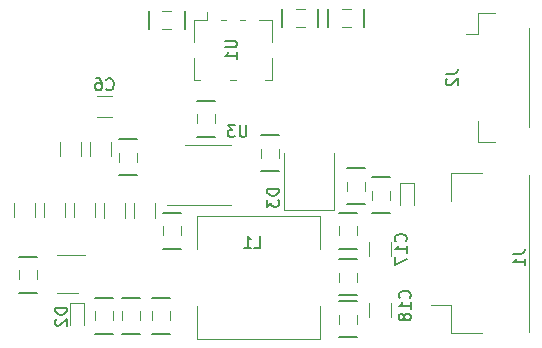
<source format=gbr>
%TF.GenerationSoftware,KiCad,Pcbnew,6.0.4-6f826c9f35~116~ubuntu20.04.1*%
%TF.CreationDate,2022-03-30T13:27:23+00:00*%
%TF.ProjectId,TFSBEC01A,54465342-4543-4303-9141-2e6b69636164,rev?*%
%TF.SameCoordinates,Original*%
%TF.FileFunction,Legend,Bot*%
%TF.FilePolarity,Positive*%
%FSLAX46Y46*%
G04 Gerber Fmt 4.6, Leading zero omitted, Abs format (unit mm)*
G04 Created by KiCad (PCBNEW 6.0.4-6f826c9f35~116~ubuntu20.04.1) date 2022-03-30 13:27:23*
%MOMM*%
%LPD*%
G01*
G04 APERTURE LIST*
%ADD10C,0.150000*%
%ADD11C,0.120000*%
G04 APERTURE END LIST*
D10*
%TO.C,J1*%
X43394380Y8207333D02*
X44108666Y8207333D01*
X44251523Y8254952D01*
X44346761Y8350190D01*
X44394380Y8493047D01*
X44394380Y8588285D01*
X44394380Y7207333D02*
X44394380Y7778761D01*
X44394380Y7493047D02*
X43394380Y7493047D01*
X43537238Y7588285D01*
X43632476Y7683523D01*
X43680095Y7778761D01*
%TO.C,U1*%
X19010380Y26246904D02*
X19819904Y26246904D01*
X19915142Y26199285D01*
X19962761Y26151666D01*
X20010380Y26056428D01*
X20010380Y25865952D01*
X19962761Y25770714D01*
X19915142Y25723095D01*
X19819904Y25675476D01*
X19010380Y25675476D01*
X20010380Y24675476D02*
X20010380Y25246904D01*
X20010380Y24961190D02*
X19010380Y24961190D01*
X19153238Y25056428D01*
X19248476Y25151666D01*
X19296095Y25246904D01*
%TO.C,D3*%
X23566380Y13692095D02*
X22566380Y13692095D01*
X22566380Y13454000D01*
X22614000Y13311142D01*
X22709238Y13215904D01*
X22804476Y13168285D01*
X22994952Y13120666D01*
X23137809Y13120666D01*
X23328285Y13168285D01*
X23423523Y13215904D01*
X23518761Y13311142D01*
X23566380Y13454000D01*
X23566380Y13692095D01*
X22566380Y12787333D02*
X22566380Y12168285D01*
X22947333Y12501619D01*
X22947333Y12358761D01*
X22994952Y12263523D01*
X23042571Y12215904D01*
X23137809Y12168285D01*
X23375904Y12168285D01*
X23471142Y12215904D01*
X23518761Y12263523D01*
X23566380Y12358761D01*
X23566380Y12644476D01*
X23518761Y12739714D01*
X23471142Y12787333D01*
%TO.C,J2*%
X37716380Y23447333D02*
X38430666Y23447333D01*
X38573523Y23494952D01*
X38668761Y23590190D01*
X38716380Y23733047D01*
X38716380Y23828285D01*
X37811619Y23018761D02*
X37764000Y22971142D01*
X37716380Y22875904D01*
X37716380Y22637809D01*
X37764000Y22542571D01*
X37811619Y22494952D01*
X37906857Y22447333D01*
X38002095Y22447333D01*
X38144952Y22494952D01*
X38716380Y23066380D01*
X38716380Y22447333D01*
%TO.C,D2*%
X5629380Y3617095D02*
X4629380Y3617095D01*
X4629380Y3379000D01*
X4677000Y3236142D01*
X4772238Y3140904D01*
X4867476Y3093285D01*
X5057952Y3045666D01*
X5200809Y3045666D01*
X5391285Y3093285D01*
X5486523Y3140904D01*
X5581761Y3236142D01*
X5629380Y3379000D01*
X5629380Y3617095D01*
X4724619Y2664714D02*
X4677000Y2617095D01*
X4629380Y2521857D01*
X4629380Y2283761D01*
X4677000Y2188523D01*
X4724619Y2140904D01*
X4819857Y2093285D01*
X4915095Y2093285D01*
X5057952Y2140904D01*
X5629380Y2712333D01*
X5629380Y2093285D01*
%TO.C,C18*%
X34647142Y4452857D02*
X34694761Y4500476D01*
X34742380Y4643333D01*
X34742380Y4738571D01*
X34694761Y4881428D01*
X34599523Y4976666D01*
X34504285Y5024285D01*
X34313809Y5071904D01*
X34170952Y5071904D01*
X33980476Y5024285D01*
X33885238Y4976666D01*
X33790000Y4881428D01*
X33742380Y4738571D01*
X33742380Y4643333D01*
X33790000Y4500476D01*
X33837619Y4452857D01*
X34742380Y3500476D02*
X34742380Y4071904D01*
X34742380Y3786190D02*
X33742380Y3786190D01*
X33885238Y3881428D01*
X33980476Y3976666D01*
X34028095Y4071904D01*
X34170952Y2929047D02*
X34123333Y3024285D01*
X34075714Y3071904D01*
X33980476Y3119523D01*
X33932857Y3119523D01*
X33837619Y3071904D01*
X33790000Y3024285D01*
X33742380Y2929047D01*
X33742380Y2738571D01*
X33790000Y2643333D01*
X33837619Y2595714D01*
X33932857Y2548095D01*
X33980476Y2548095D01*
X34075714Y2595714D01*
X34123333Y2643333D01*
X34170952Y2738571D01*
X34170952Y2929047D01*
X34218571Y3024285D01*
X34266190Y3071904D01*
X34361428Y3119523D01*
X34551904Y3119523D01*
X34647142Y3071904D01*
X34694761Y3024285D01*
X34742380Y2929047D01*
X34742380Y2738571D01*
X34694761Y2643333D01*
X34647142Y2595714D01*
X34551904Y2548095D01*
X34361428Y2548095D01*
X34266190Y2595714D01*
X34218571Y2643333D01*
X34170952Y2738571D01*
%TO.C,C17*%
X34308142Y9236857D02*
X34355761Y9284476D01*
X34403380Y9427333D01*
X34403380Y9522571D01*
X34355761Y9665428D01*
X34260523Y9760666D01*
X34165285Y9808285D01*
X33974809Y9855904D01*
X33831952Y9855904D01*
X33641476Y9808285D01*
X33546238Y9760666D01*
X33451000Y9665428D01*
X33403380Y9522571D01*
X33403380Y9427333D01*
X33451000Y9284476D01*
X33498619Y9236857D01*
X34403380Y8284476D02*
X34403380Y8855904D01*
X34403380Y8570190D02*
X33403380Y8570190D01*
X33546238Y8665428D01*
X33641476Y8760666D01*
X33689095Y8855904D01*
X33403380Y7951142D02*
X33403380Y7284476D01*
X34403380Y7713047D01*
%TO.C,C6*%
X8977466Y22138457D02*
X9025085Y22090838D01*
X9167942Y22043219D01*
X9263180Y22043219D01*
X9406038Y22090838D01*
X9501276Y22186076D01*
X9548895Y22281314D01*
X9596514Y22471790D01*
X9596514Y22614647D01*
X9548895Y22805123D01*
X9501276Y22900361D01*
X9406038Y22995600D01*
X9263180Y23043219D01*
X9167942Y23043219D01*
X9025085Y22995600D01*
X8977466Y22947980D01*
X8120323Y23043219D02*
X8310800Y23043219D01*
X8406038Y22995600D01*
X8453657Y22947980D01*
X8548895Y22805123D01*
X8596514Y22614647D01*
X8596514Y22233695D01*
X8548895Y22138457D01*
X8501276Y22090838D01*
X8406038Y22043219D01*
X8215561Y22043219D01*
X8120323Y22090838D01*
X8072704Y22138457D01*
X8025085Y22233695D01*
X8025085Y22471790D01*
X8072704Y22567028D01*
X8120323Y22614647D01*
X8215561Y22662266D01*
X8406038Y22662266D01*
X8501276Y22614647D01*
X8548895Y22567028D01*
X8596514Y22471790D01*
%TO.C,L1*%
X21502666Y8691619D02*
X21978857Y8691619D01*
X21978857Y9691619D01*
X20645523Y8691619D02*
X21216952Y8691619D01*
X20931238Y8691619D02*
X20931238Y9691619D01*
X21026476Y9548761D01*
X21121714Y9453523D01*
X21216952Y9405904D01*
%TO.C,U3*%
X20827904Y19089619D02*
X20827904Y18280095D01*
X20780285Y18184857D01*
X20732666Y18137238D01*
X20637428Y18089619D01*
X20446952Y18089619D01*
X20351714Y18137238D01*
X20304095Y18184857D01*
X20256476Y18280095D01*
X20256476Y19089619D01*
X19875523Y19089619D02*
X19256476Y19089619D01*
X19589809Y18708666D01*
X19446952Y18708666D01*
X19351714Y18661047D01*
X19304095Y18613428D01*
X19256476Y18518190D01*
X19256476Y18280095D01*
X19304095Y18184857D01*
X19351714Y18137238D01*
X19446952Y18089619D01*
X19732666Y18089619D01*
X19827904Y18137238D01*
X19875523Y18184857D01*
D11*
%TO.C,J1*%
X44716000Y1605000D02*
X44716000Y14905000D01*
X38146000Y3845000D02*
X36436000Y3845000D01*
X38146000Y15015000D02*
X38146000Y12665000D01*
X40776000Y1495000D02*
X38146000Y1495000D01*
X38146000Y1495000D02*
X38146000Y3845000D01*
X40776000Y15015000D02*
X38146000Y15015000D01*
D10*
%TO.C,C15*%
X15290800Y11645900D02*
X13766800Y11645900D01*
D11*
X13766800Y10502900D02*
X13766800Y9740900D01*
D10*
X13766800Y8597900D02*
X15290800Y8597900D01*
D11*
X15290800Y10502900D02*
X15290800Y9740900D01*
D10*
%TO.C,C12*%
X10058400Y14846300D02*
X11582400Y14846300D01*
D11*
X11582400Y15989300D02*
X11582400Y16751300D01*
X10058400Y15989300D02*
X10058400Y16751300D01*
D10*
X11582400Y17894300D02*
X10058400Y17894300D01*
D11*
%TO.C,C8*%
X3662000Y12511664D02*
X3662000Y11307536D01*
X5482000Y12511664D02*
X5482000Y11307536D01*
%TO.C,R7*%
X25019000Y28914000D02*
X25781000Y28914000D01*
D10*
X23876000Y28914000D02*
X23876000Y27390000D01*
D11*
X25019000Y27390000D02*
X25781000Y27390000D01*
D10*
X26924000Y27390000D02*
X26924000Y28914000D01*
D11*
%TO.C,R1*%
X14351000Y2561500D02*
X14351000Y3323500D01*
X12827000Y2561500D02*
X12827000Y3323500D01*
D10*
X12827000Y1418500D02*
X14351000Y1418500D01*
X14351000Y4466500D02*
X12827000Y4466500D01*
%TO.C,R2*%
X18186400Y21145500D02*
X16662400Y21145500D01*
X16662400Y18097500D02*
X18186400Y18097500D01*
D11*
X18186400Y19240500D02*
X18186400Y20002500D01*
X16662400Y19240500D02*
X16662400Y20002500D01*
%TO.C,C9*%
X1122000Y12511664D02*
X1122000Y11307536D01*
X2942000Y12511664D02*
X2942000Y11307536D01*
%TO.C,U1*%
X23005000Y22915000D02*
X22435000Y22915000D01*
X16365000Y22915000D02*
X16365000Y24785000D01*
X23005000Y26085000D02*
X23005000Y27955000D01*
X16365000Y26085000D02*
X16365000Y27955000D01*
X19935000Y22915000D02*
X19435000Y22915000D01*
X23005000Y27955000D02*
X21885000Y27955000D01*
X17485000Y27955000D02*
X17485000Y28685000D01*
X23005000Y22915000D02*
X23005000Y24785000D01*
X20285000Y27955000D02*
X20685000Y27955000D01*
X16365000Y27955000D02*
X17485000Y27955000D01*
X19085000Y27955000D02*
X18685000Y27955000D01*
X16365000Y22915000D02*
X16935000Y22915000D01*
%TO.C,D3*%
X24037000Y11896000D02*
X28287000Y11896000D01*
X28287000Y16706000D02*
X28287000Y11896000D01*
X24037000Y11896000D02*
X24037000Y16706000D01*
D10*
%TO.C,C14*%
X22098000Y15176500D02*
X23622000Y15176500D01*
X23622000Y18224500D02*
X22098000Y18224500D01*
D11*
X22098000Y16319500D02*
X22098000Y17081500D01*
X23622000Y16319500D02*
X23622000Y17081500D01*
%TO.C,J2*%
X40454000Y26799000D02*
X39464000Y26799000D01*
X44724000Y27329000D02*
X44724000Y18899000D01*
X41904000Y28599000D02*
X40454000Y28599000D01*
X40454000Y28599000D02*
X40454000Y26799000D01*
X40454000Y17629000D02*
X40454000Y19429000D01*
X41904000Y17629000D02*
X40454000Y17629000D01*
%TO.C,R6*%
X30226000Y3015000D02*
X30226000Y2253000D01*
D10*
X28702000Y1110000D02*
X30226000Y1110000D01*
X30226000Y4158000D02*
X28702000Y4158000D01*
D11*
X28702000Y3015000D02*
X28702000Y2253000D01*
%TO.C,C7*%
X8022000Y12511664D02*
X8022000Y11307536D01*
X6202000Y12511664D02*
X6202000Y11307536D01*
D10*
%TO.C,C19*%
X30797500Y27390000D02*
X30797500Y28914000D01*
D11*
X28892500Y27390000D02*
X29654500Y27390000D01*
X28892500Y28914000D02*
X29654500Y28914000D01*
D10*
X27749500Y28914000D02*
X27749500Y27390000D01*
D11*
%TO.C,D2*%
X7077000Y2179000D02*
X7077000Y4029000D01*
X5877000Y2179000D02*
X5877000Y4029000D01*
X5877000Y4029000D02*
X7077000Y4029000D01*
D10*
%TO.C,C16*%
X30226000Y11651000D02*
X28702000Y11651000D01*
D11*
X28702000Y9746000D02*
X28702000Y10508000D01*
D10*
X28702000Y8603000D02*
X30226000Y8603000D01*
D11*
X30226000Y9746000D02*
X30226000Y10508000D01*
%TO.C,C18*%
X33041000Y4058564D02*
X33041000Y2854436D01*
X31221000Y4058564D02*
X31221000Y2854436D01*
D10*
%TO.C,C4*%
X15621000Y27263000D02*
X15621000Y28787000D01*
D11*
X14478000Y28787000D02*
X13716000Y28787000D01*
X14478000Y27263000D02*
X13716000Y27263000D01*
D10*
X12573000Y28787000D02*
X12573000Y27263000D01*
D11*
%TO.C,C13*%
X1574800Y6794500D02*
X1574800Y6032500D01*
X3098800Y6794500D02*
X3098800Y6032500D01*
D10*
X1574800Y4889500D02*
X3098800Y4889500D01*
X3098800Y7937500D02*
X1574800Y7937500D01*
D11*
%TO.C,C1*%
X6853600Y16466736D02*
X6853600Y17670864D01*
X5033600Y16466736D02*
X5033600Y17670864D01*
%TO.C,C11*%
X7573600Y16466736D02*
X7573600Y17670864D01*
X9393600Y16466736D02*
X9393600Y17670864D01*
%TO.C,C17*%
X31221000Y7991936D02*
X31221000Y9196064D01*
X33041000Y7991936D02*
X33041000Y9196064D01*
%TO.C,R4*%
X33020000Y13525500D02*
X33020000Y12763500D01*
D10*
X31496000Y11620500D02*
X33020000Y11620500D01*
X33020000Y14668500D02*
X31496000Y14668500D01*
D11*
X31496000Y13525500D02*
X31496000Y12763500D01*
D10*
%TO.C,C5*%
X8001000Y1418500D02*
X9525000Y1418500D01*
X9525000Y4466500D02*
X8001000Y4466500D01*
D11*
X8001000Y3323500D02*
X8001000Y2561500D01*
X9525000Y3323500D02*
X9525000Y2561500D01*
%TO.C,C6*%
X9412864Y19765600D02*
X8208736Y19765600D01*
X9412864Y21585600D02*
X8208736Y21585600D01*
%TO.C,D4*%
X33817000Y14166000D02*
X35017000Y14166000D01*
X35017000Y12316000D02*
X35017000Y14166000D01*
X33817000Y12316000D02*
X33817000Y14166000D01*
D10*
%TO.C,C3*%
X11811000Y4466500D02*
X10287000Y4466500D01*
X10287000Y1418500D02*
X11811000Y1418500D01*
D11*
X10287000Y3323500D02*
X10287000Y2561500D01*
X11811000Y3323500D02*
X11811000Y2561500D01*
D10*
%TO.C,R5*%
X28702000Y4666000D02*
X30226000Y4666000D01*
X30226000Y7714000D02*
X28702000Y7714000D01*
D11*
X28702000Y6571000D02*
X28702000Y5809000D01*
X30226000Y6571000D02*
X30226000Y5809000D01*
%TO.C,L1*%
X27044000Y11378000D02*
X27044000Y8578000D01*
X16644000Y978000D02*
X27044000Y978000D01*
X27044000Y978000D02*
X27044000Y3778000D01*
X16644000Y8578000D02*
X16644000Y11378000D01*
X16644000Y3778000D02*
X16644000Y978000D01*
X16644000Y11378000D02*
X27044000Y11378000D01*
%TO.C,U3*%
X17591000Y17419000D02*
X19541000Y17419000D01*
X17591000Y12299000D02*
X19541000Y12299000D01*
X17591000Y17419000D02*
X15641000Y17419000D01*
X17591000Y12299000D02*
X14141000Y12299000D01*
D10*
%TO.C,R3*%
X30861000Y15430500D02*
X29337000Y15430500D01*
D11*
X30861000Y14287500D02*
X30861000Y13525500D01*
X29337000Y14287500D02*
X29337000Y13525500D01*
D10*
X29337000Y12382500D02*
X30861000Y12382500D01*
D11*
%TO.C,U2*%
X6556400Y4841600D02*
X4756400Y4841600D01*
X4756400Y8061600D02*
X7206400Y8061600D01*
%TO.C,C10*%
X13102000Y12466864D02*
X13102000Y11262736D01*
X11282000Y12466864D02*
X11282000Y11262736D01*
%TO.C,C2*%
X10562000Y12460864D02*
X10562000Y11256736D01*
X8742000Y12460864D02*
X8742000Y11256736D01*
%TD*%
M02*

</source>
